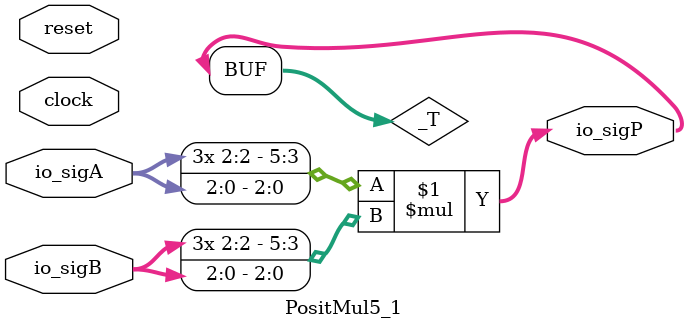
<source format=v>
module PositMul5_1(
  input        clock,
  input        reset,
  input  [2:0] io_sigA,
  input  [2:0] io_sigB,
  output [5:0] io_sigP
);
  wire [5:0] _T; // @[PositMul.scala 17:26]
  assign _T = $signed(io_sigA) * $signed(io_sigB); // @[PositMul.scala 17:26]
  assign io_sigP = $unsigned(_T); // @[PositMul.scala 17:13]
endmodule

</source>
